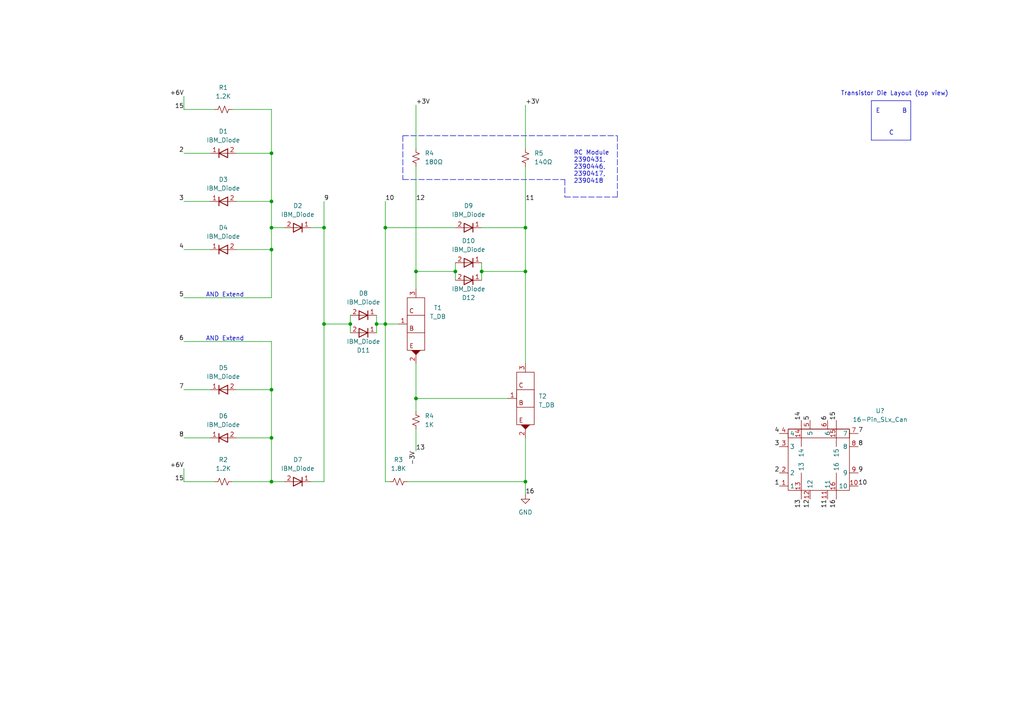
<source format=kicad_sch>
(kicad_sch (version 20211123) (generator eeschema)
  (paper "A4")
  (lib_symbols
    (symbol "Device:R_Small_US" (pin_numbers hide) (pin_names (offset 0.254) hide)
      (property "Reference" "R" (at 0.762 0.508 0))
      (property "Value" "R_Small_US" (at 0.762 -1.016 0))
      (symbol "R_Small_US_1_1"
        (polyline (pts (xy 0 0) (xy 1.016 -0.381) (xy 0 -0.762) (xy -1.016 -1.143) (xy 0 -1.524)))
        (polyline (pts (xy 0 1.524) (xy 1.016 1.143) (xy 0 0.762) (xy -1.016 0.381) (xy 0 0)))
        (pin passive line (at 0 2.54 270) (length 1.016) (name "~") (number "1"))
        (pin passive line (at 0 -2.54 90) (length 1.016) (name "~") (number "2"))
      )
    )
    (symbol "IBM_SLT-SLD:16-Pin_SLx_Can"
      (property "Reference" "U" (at 0 -2.54 0))
      (property "Value" "16-Pin_SLx_Can" (at 0 0 0))
      (symbol "16-Pin_SLx_Can_0_1"
        (rectangle (start -8.89 8.89) (end 8.89 -8.89))
        (rectangle (start -8.89 8.89) (end 8.89 6.35))
      )
      (symbol "16-Pin_SLx_Can_1_1"
        (pin passive line (at -11.43 -7.62 0) (length 2.54) (name "1") (number "1"))
        (pin passive line (at 11.43 -7.62 180) (length 2.54) (name "10") (number "10"))
        (pin passive line (at 2.54 -11.43 90) (length 2.54) (name "11") (number "11"))
        (pin passive line (at -2.54 -11.43 90) (length 2.54) (name "12") (number "12"))
        (pin passive line (at -5.08 -11.43 90) (length 7.62) (name "13") (number "13"))
        (pin passive line (at -5.08 11.43 270) (length 7.62) (name "14") (number "14"))
        (pin passive line (at 5.08 11.43 270) (length 7.62) (name "15") (number "15"))
        (pin passive line (at 5.08 -11.43 90) (length 7.62) (name "16") (number "16"))
        (pin passive line (at -11.43 -3.81 0) (length 2.54) (name "2") (number "2"))
        (pin passive line (at -11.43 3.81 0) (length 2.54) (name "3") (number "3"))
        (pin passive line (at -11.43 7.62 0) (length 2.54) (name "4") (number "4"))
        (pin passive line (at -2.54 11.43 270) (length 2.54) (name "5") (number "5"))
        (pin passive line (at 2.54 11.43 270) (length 2.54) (name "6") (number "6"))
        (pin passive line (at 11.43 7.62 180) (length 2.54) (name "7") (number "7"))
        (pin passive line (at 11.43 3.81 180) (length 2.54) (name "8") (number "8"))
        (pin passive line (at 11.43 -3.81 180) (length 2.54) (name "9") (number "9"))
      )
    )
    (symbol "IBM_SLT-SLD:IBM_Diode"
      (property "Reference" "D" (at 0 5.08 0))
      (property "Value" "IBM_Diode" (at 0 2.54 0))
      (symbol "IBM_Diode_0_1"
        (polyline (pts (xy -1.27 1.27) (xy -1.27 -1.27)) (stroke (width 0.254)))
        (polyline (pts (xy 1.27 0) (xy -1.27 0)))
        (polyline (pts (xy 1.27 1.27) (xy 1.27 -1.27) (xy -1.27 0) (xy 1.27 1.27)) (stroke (width 0.254)))
      )
      (symbol "IBM_Diode_1_1"
        (pin passive line (at -3.81 0 0) (length 2.54) (name "K") (number "1"))
        (pin passive line (at 3.81 0 180) (length 2.54) (name "A") (number "2"))
      )
    )
    (symbol "IBM_SLT-SLD:T_DA"
      (property "Reference" "T" (at 0 5.08 0))
      (property "Value" "T_DA" (at 7.62 8.89 0))
      (symbol "T_DA_0_0"
        (text "B" (at -1.27 -1.27 0) (effects (font (size 1.27 1.27))))
        (text "C" (at -1.27 3.81 0) (effects (font (size 1.27 1.27))))
        (text "E" (at -1.27 -6.35 0) (effects (font (size 1.27 1.27))))
      )
      (symbol "T_DA_0_1"
        (rectangle (start -2.54 2.54) (end 2.54 -2.54))
        (rectangle (start -2.54 7.62) (end 2.54 -7.62))
        (polyline (pts (xy -1.27 -7.62) (xy 0 -8.89) (xy 1.27 -7.62)) (fill (type outline)))
      )
      (symbol "T_DA_1_1"
        (pin passive line (at -5.08 0 0) (length 2.54) (name "B") (number "1"))
        (pin passive line (at 0 -11.43 90) (length 2.54) (name "E") (number "2"))
        (pin passive line (at 0 10.16 270) (length 2.54) (name "C") (number "3"))
      )
    )
    (symbol "IBM_SLT-SLD:T_DB"
      (property "Reference" "T" (at 0 5.08 0))
      (property "Value" "T_DB" (at 7.62 8.89 0))
      (symbol "T_DB_0_0"
        (text "B" (at -1.27 -1.27 0) (effects (font (size 1.27 1.27))))
        (text "C" (at -1.27 3.81 0) (effects (font (size 1.27 1.27))))
        (text "E" (at -1.27 -6.35 0) (effects (font (size 1.27 1.27))))
      )
      (symbol "T_DB_0_1"
        (rectangle (start -2.54 2.54) (end 2.54 -2.54))
        (rectangle (start -2.54 7.62) (end 2.54 -7.62))
        (polyline (pts (xy -1.27 -7.62) (xy 0 -8.89) (xy 1.27 -7.62)) (fill (type outline)))
      )
      (symbol "T_DB_1_1"
        (pin passive line (at -5.08 0 0) (length 2.54) (name "B") (number "1"))
        (pin passive line (at 0 -11.43 90) (length 2.54) (name "E") (number "2"))
        (pin passive line (at 0 10.16 270) (length 2.54) (name "C") (number "3"))
      )
    )
    (symbol "power:GND" (power) (pin_names (offset 0))
      (property "Value" "GND" (at 0 -3.81 0))
      (symbol "GND_0_1"
        (polyline (pts (xy 0 0) (xy 0 -1.27) (xy 1.27 -1.27) (xy 0 -2.54) (xy -1.27 -1.27) (xy 0 -1.27)))
      )
      (symbol "GND_1_1"
        (pin power_in line (at 0 0 270) (length 0) hide (name "GND") (number "1"))
      )
    )
  )
  (junction (at 111.76 66.04))
  (junction (at 93.98 93.98))
  (junction (at 139.7 78.74))
  (junction (at 78.74 72.39))
  (junction (at 78.74 113.03))
  (junction (at 78.74 58.42))
  (junction (at 152.4 139.7))
  (junction (at 78.74 127))
  (junction (at 120.65 78.74))
  (junction (at 152.4 66.04))
  (junction (at 152.4 78.74))
  (junction (at 132.08 78.74))
  (junction (at 111.76 93.98))
  (junction (at 78.74 44.45))
  (junction (at 93.98 66.04))
  (junction (at 120.65 115.57))
  (junction (at 109.22 93.98))
  (junction (at 78.74 66.04))
  (junction (at 101.6 93.98))
  (junction (at 78.74 139.7))
  (wire (pts (xy 120.65 78.74) (xy 120.65 83.82)))
  (wire (pts (xy 78.74 58.42) (xy 78.74 66.04)))
  (wire (pts (xy 93.98 66.04) (xy 90.17 66.04)))
  (wire (pts (xy 109.22 91.44) (xy 109.22 93.98)))
  (wire (pts (xy 78.74 31.75) (xy 78.74 44.45)))
  (wire (pts (xy 53.34 58.42) (xy 60.96 58.42)))
  (wire (pts (xy 78.74 44.45) (xy 78.74 58.42)))
  (wire (pts (xy 78.74 127) (xy 68.58 127)))
  (wire (pts (xy 78.74 113.03) (xy 78.74 127)))
  (wire (pts (xy 78.74 99.06) (xy 78.74 113.03)))
  (wire (pts (xy 78.74 66.04) (xy 78.74 72.39)))
  (wire (pts (xy 101.6 93.98) (xy 101.6 96.52)))
  (wire (pts (xy 152.4 30.48) (xy 152.4 43.18)))
  (wire (pts (xy 132.08 76.2) (xy 132.08 78.74)))
  (wire (pts (xy 139.7 78.74) (xy 139.7 81.28)))
  (wire (pts (xy 120.65 115.57) (xy 120.65 119.38)))
  (wire (pts (xy 120.65 48.26) (xy 120.65 78.74)))
  (wire (pts (xy 53.34 135.89) (xy 53.34 139.7)))
  (wire (pts (xy 120.65 124.46) (xy 120.65 130.81)))
  (wire (pts (xy 152.4 78.74) (xy 139.7 78.74)))
  (wire (pts (xy 53.34 27.94) (xy 53.34 31.75)))
  (wire (pts (xy 53.34 139.7) (xy 62.23 139.7)))
  (wire (pts (xy 78.74 44.45) (xy 68.58 44.45)))
  (wire (pts (xy 152.4 48.26) (xy 152.4 66.04)))
  (wire (pts (xy 111.76 58.42) (xy 111.76 66.04)))
  (wire (pts (xy 152.4 127) (xy 152.4 139.7)))
  (wire (pts (xy 53.34 31.75) (xy 62.23 31.75)))
  (wire (pts (xy 111.76 93.98) (xy 111.76 139.7)))
  (wire (pts (xy 78.74 139.7) (xy 82.55 139.7)))
  (polyline (pts (xy 116.84 39.37) (xy 116.84 52.07)))
  (wire (pts (xy 78.74 66.04) (xy 82.55 66.04)))
  (wire (pts (xy 53.34 99.06) (xy 78.74 99.06)))
  (polyline (pts (xy 252.73 29.21) (xy 252.73 40.64)) (stroke (width 0) (type solid)))
  (wire (pts (xy 53.34 72.39) (xy 60.96 72.39)))
  (polyline (pts (xy 264.16 40.64) (xy 252.73 40.64)) (stroke (width 0) (type solid)))
  (wire (pts (xy 120.65 115.57) (xy 147.32 115.57)))
  (wire (pts (xy 152.4 78.74) (xy 152.4 105.41)))
  (wire (pts (xy 93.98 66.04) (xy 93.98 93.98)))
  (wire (pts (xy 109.22 93.98) (xy 111.76 93.98)))
  (polyline (pts (xy 163.83 57.15) (xy 179.07 57.15)))
  (wire (pts (xy 53.34 127) (xy 60.96 127)))
  (wire (pts (xy 111.76 93.98) (xy 115.57 93.98)))
  (wire (pts (xy 78.74 58.42) (xy 68.58 58.42)))
  (polyline (pts (xy 252.73 29.21) (xy 264.16 29.21)) (stroke (width 0) (type solid)))
  (wire (pts (xy 132.08 78.74) (xy 120.65 78.74)))
  (wire (pts (xy 67.31 31.75) (xy 78.74 31.75)))
  (wire (pts (xy 53.34 44.45) (xy 60.96 44.45)))
  (wire (pts (xy 53.34 86.36) (xy 78.74 86.36)))
  (wire (pts (xy 90.17 139.7) (xy 93.98 139.7)))
  (polyline (pts (xy 179.07 39.37) (xy 179.07 57.15)))
  (wire (pts (xy 152.4 66.04) (xy 152.4 78.74)))
  (polyline (pts (xy 116.84 52.07) (xy 163.83 52.07)))
  (wire (pts (xy 152.4 143.51) (xy 152.4 139.7)))
  (polyline (pts (xy 264.16 29.21) (xy 264.16 40.64)) (stroke (width 0) (type solid)))
  (wire (pts (xy 139.7 66.04) (xy 152.4 66.04)))
  (wire (pts (xy 111.76 93.98) (xy 111.76 66.04)))
  (wire (pts (xy 118.11 139.7) (xy 152.4 139.7)))
  (wire (pts (xy 111.76 66.04) (xy 132.08 66.04)))
  (wire (pts (xy 78.74 127) (xy 78.74 139.7)))
  (polyline (pts (xy 116.84 39.37) (xy 179.07 39.37)))
  (wire (pts (xy 139.7 76.2) (xy 139.7 78.74)))
  (wire (pts (xy 109.22 93.98) (xy 109.22 96.52)))
  (wire (pts (xy 53.34 113.03) (xy 60.96 113.03)))
  (wire (pts (xy 120.65 105.41) (xy 120.65 115.57)))
  (polyline (pts (xy 163.83 52.07) (xy 163.83 57.15)))
  (wire (pts (xy 67.31 139.7) (xy 78.74 139.7)))
  (wire (pts (xy 93.98 93.98) (xy 101.6 93.98)))
  (wire (pts (xy 93.98 93.98) (xy 93.98 139.7)))
  (wire (pts (xy 120.65 30.48) (xy 120.65 43.18)))
  (wire (pts (xy 93.98 58.42) (xy 93.98 66.04)))
  (wire (pts (xy 68.58 72.39) (xy 78.74 72.39)))
  (wire (pts (xy 101.6 91.44) (xy 101.6 93.98)))
  (wire (pts (xy 132.08 78.74) (xy 132.08 81.28)))
  (wire (pts (xy 111.76 139.7) (xy 113.03 139.7)))
  (wire (pts (xy 78.74 113.03) (xy 68.58 113.03)))
  (wire (pts (xy 78.74 72.39) (xy 78.74 86.36)))
  (text "RC Module\n2390431,\n2390446,\n2390417,\n2390418" (at 166.37 53.34 0) (effects (font (size 1.27 1.27)) (justify left bottom)))
  (text "C" (at 257.81 39.37 0) (effects (font (size 1.27 1.27)) (justify left bottom)))
  (text "AND Extend" (at 59.69 99.06 0) (effects (font (size 1.27 1.27)) (justify left bottom)))
  (text "E" (at 254 33.02 0) (effects (font (size 1.27 1.27)) (justify left bottom)))
  (text "B" (at 261.62 33.02 0) (effects (font (size 1.27 1.27)) (justify left bottom)))
  (text "Transistor Die Layout (top view)" (at 243.84 27.94 0) (effects (font (size 1.27 1.27)) (justify left bottom)))
  (text "AND Extend" (at 59.69 86.36 0) (effects (font (size 1.27 1.27)) (justify left bottom)))
  (label "8" (at 53.34 127 180))
  (label "16" (at 242.57 144.78 270))
  (label "9" (at 248.92 137.16 0))
  (label "7" (at 248.92 125.73 0))
  (label "14" (at 232.41 121.92 90))
  (label "15" (at 53.34 139.7 180))
  (label "5" (at 53.34 86.36 180))
  (label "+6V" (at 53.34 27.94 180))
  (label "15" (at 242.57 121.92 90))
  (label "9" (at 93.98 58.42 0))
  (label "15" (at 53.34 31.75 180))
  (label "5" (at 234.95 121.92 90))
  (label "11" (at 240.03 144.78 270))
  (label "+3V" (at 120.65 30.48 0))
  (label "12" (at 120.65 58.42 0))
  (label "16" (at 152.4 143.51 0))
  (label "2" (at 53.34 44.45 180))
  (label "6" (at 53.34 99.06 180))
  (label "10" (at 111.76 58.42 0))
  (label "4" (at 226.06 125.73 180))
  (label "10" (at 248.92 140.97 0))
  (label "11" (at 152.4 58.42 0))
  (label "3" (at 226.06 129.54 180))
  (label "13" (at 232.41 144.78 270))
  (label "8" (at 248.92 129.54 0))
  (label "1" (at 226.06 140.97 180))
  (label "+6V" (at 53.34 135.89 180))
  (label "12" (at 234.95 144.78 270))
  (label "4" (at 53.34 72.39 180))
  (label "3" (at 53.34 58.42 180))
  (label "2" (at 226.06 137.16 180))
  (label "+3V" (at 152.4 30.48 0))
  (label "6" (at 240.03 121.92 90))
  (label "13" (at 120.65 130.81 0))
  (label "-3V" (at 120.65 130.81 270))
  (label "7" (at 53.34 113.03 180))
  (symbol (lib_id "IBM_SLT-SLD:IBM_Diode") (at 135.89 81.28 180) (unit 1)
    (property "Reference" "D12" (at 135.89 86.36 0))
    (property "Value" "IBM_Diode" (at 135.89 83.82 0))
    (property "Footprint" "Diode_SMD:D_0201_0603Metric" (effects hide))
  )
  (symbol (lib_id "power:GND") (at 152.4 143.51 0) (unit 1)
    (property "Reference" "#PWR0102" (effects hide))
    (property "Value" "GND" (at 152.4 148.59 0))
  )
  (symbol (lib_id "Device:R_Small_US") (at 64.77 31.75 90) (unit 1)
    (property "Reference" "R1" (at 64.77 25.4 90))
    (property "Value" "1.2K" (at 64.77 27.94 90))
    (property "Footprint" "Resistor_SMD:R_0201_0603Metric" (effects hide))
  )
  (symbol (lib_id "IBM_SLT-SLD:IBM_Diode") (at 64.77 127 0) (unit 1)
    (property "Reference" "D6" (at 64.77 120.65 0))
    (property "Value" "IBM_Diode" (at 64.77 123.19 0))
    (property "Footprint" "Diode_SMD:D_0201_0603Metric" (effects hide))
  )
  (symbol (lib_id "IBM_SLT-SLD:IBM_Diode") (at 86.36 66.04 180) (unit 1)
    (property "Reference" "D2" (at 86.36 59.69 0))
    (property "Value" "IBM_Diode" (at 86.36 62.23 0))
    (property "Footprint" "Diode_SMD:D_0201_0603Metric" (effects hide))
  )
  (symbol (lib_id "IBM_SLT-SLD:IBM_Diode") (at 86.36 139.7 180) (unit 1)
    (property "Reference" "D7" (at 86.36 133.35 0))
    (property "Value" "IBM_Diode" (at 86.36 135.89 0))
    (property "Footprint" "Diode_SMD:D_0201_0603Metric" (effects hide))
  )
  (symbol (lib_id "Device:R_Small_US") (at 64.77 139.7 90) (unit 1)
    (property "Reference" "R2" (at 64.77 133.35 90))
    (property "Value" "1.2K" (at 64.77 135.89 90))
    (property "Footprint" "Resistor_SMD:R_0201_0603Metric" (effects hide))
  )
  (symbol (lib_id "IBM_SLT-SLD:IBM_Diode") (at 64.77 44.45 0) (unit 1)
    (property "Reference" "D1" (at 64.77 38.1 0))
    (property "Value" "IBM_Diode" (at 64.77 40.64 0))
    (property "Footprint" "Diode_SMD:D_0201_0603Metric" (effects hide))
  )
  (symbol (lib_id "Device:R_Small_US") (at 152.4 45.72 0) (unit 1)
    (property "Reference" "R5" (at 154.94 44.4499 0) (effects (justify left)))
    (property "Value" "140Ω" (at 154.94 46.9899 0) (effects (justify left)))
  )
  (symbol (lib_id "IBM_SLT-SLD:IBM_Diode") (at 105.41 91.44 180) (unit 1)
    (property "Reference" "D8" (at 105.41 85.09 0))
    (property "Value" "IBM_Diode" (at 105.41 87.63 0))
    (property "Footprint" "Diode_SMD:D_0201_0603Metric" (effects hide))
  )
  (symbol (lib_id "IBM_SLT-SLD:IBM_Diode") (at 64.77 113.03 0) (unit 1)
    (property "Reference" "D5" (at 64.77 106.68 0))
    (property "Value" "IBM_Diode" (at 64.77 109.22 0))
    (property "Footprint" "Diode_SMD:D_0201_0603Metric" (effects hide))
  )
  (symbol (lib_id "IBM_SLT-SLD:T_DB") (at 120.65 93.98 0) (unit 1)
    (property "Reference" "T1" (at 127 89.281 0))
    (property "Value" "T_DB" (at 127 91.821 0))
    (property "Footprint" "Package_DFN_QFN:Diodes_DFN1006-3" (effects hide))
  )
  (symbol (lib_id "IBM_SLT-SLD:16-Pin_SLx_Can") (at 237.49 133.35 0) (unit 1)
    (property "Reference" "U?" (at 255.27 119.1512 0))
    (property "Value" "16-Pin_SLx_Can" (at 255.27 121.6912 0))
  )
  (symbol (lib_id "IBM_SLT-SLD:T_DA") (at 152.4 115.57 0) (unit 1)
    (property "Reference" "T2" (at 156.21 114.9349 0) (effects (justify left)))
    (property "Value" "T_DB" (at 156.21 117.4749 0) (effects (justify left)))
    (property "Footprint" "Package_DFN_QFN:Diodes_DFN1006-3" (effects hide))
  )
  (symbol (lib_id "IBM_SLT-SLD:IBM_Diode") (at 64.77 58.42 0) (unit 1)
    (property "Reference" "D3" (at 64.77 52.07 0))
    (property "Value" "IBM_Diode" (at 64.77 54.61 0))
    (property "Footprint" "Diode_SMD:D_0201_0603Metric" (effects hide))
  )
  (symbol (lib_id "Device:R_Small_US") (at 115.57 139.7 90) (unit 1)
    (property "Reference" "R3" (at 115.57 133.35 90))
    (property "Value" "1.8K" (at 115.57 135.89 90))
    (property "Footprint" "Resistor_SMD:R_0201_0603Metric" (effects hide))
  )
  (symbol (lib_id "IBM_SLT-SLD:IBM_Diode") (at 135.89 76.2 180) (unit 1)
    (property "Reference" "D10" (at 135.89 69.85 0))
    (property "Value" "IBM_Diode" (at 135.89 72.39 0))
    (property "Footprint" "Diode_SMD:D_0201_0603Metric" (effects hide))
  )
  (symbol (lib_id "IBM_SLT-SLD:IBM_Diode") (at 64.77 72.39 0) (unit 1)
    (property "Reference" "D4" (at 64.77 66.04 0))
    (property "Value" "IBM_Diode" (at 64.77 68.58 0))
    (property "Footprint" "Diode_SMD:D_0201_0603Metric" (effects hide))
  )
  (symbol (lib_id "Device:R_Small_US") (at 120.65 45.72 0) (unit 1)
    (property "Reference" "R4" (at 123.19 44.4499 0) (effects (justify left)))
    (property "Value" "180Ω" (at 123.19 46.9899 0) (effects (justify left)))
  )
  (symbol (lib_id "Device:R_Small_US") (at 120.65 121.92 0) (unit 1)
    (property "Reference" "R4" (at 123.19 120.6499 0) (effects (justify left)))
    (property "Value" "1K" (at 123.19 123.1899 0) (effects (justify left)))
    (property "Footprint" "Resistor_SMD:R_0201_0603Metric" (effects hide))
  )
  (symbol (lib_id "IBM_SLT-SLD:IBM_Diode") (at 135.89 66.04 180) (unit 1)
    (property "Reference" "D9" (at 135.89 59.69 0))
    (property "Value" "IBM_Diode" (at 135.89 62.23 0))
    (property "Footprint" "Diode_SMD:D_0201_0603Metric" (effects hide))
  )
  (symbol (lib_id "IBM_SLT-SLD:IBM_Diode") (at 105.41 96.52 180) (unit 1)
    (property "Reference" "D11" (at 105.41 101.6 0))
    (property "Value" "IBM_Diode" (at 105.41 99.06 0))
    (property "Footprint" "Diode_SMD:D_0201_0603Metric" (effects hide))
  )
)
</source>
